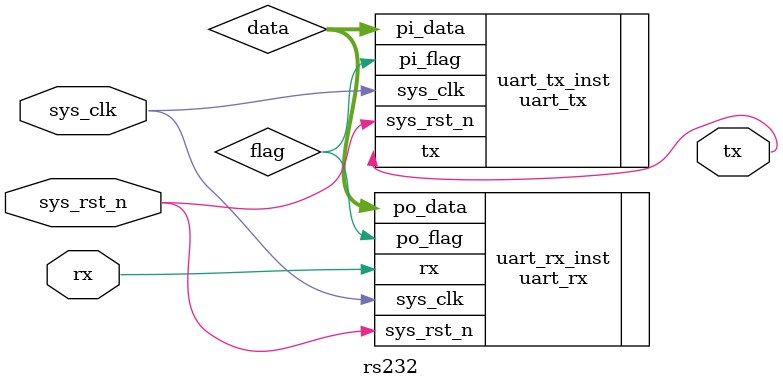
<source format=v>
module rs232
(
    input    wire    sys_clk,
	input    wire    sys_rst_n,
	input    wire    rx,
	
	output   wire    tx     

);

wire  [7:0]  data;
wire         flag;


uart_rx  
#(
    .UART_BPS(9600  ),
	.CLK_FREQ(50_000_000)
)
uart_rx_inst
(
     .sys_clk   (sys_clk),
	 .sys_rst_n (sys_rst_n),
	 .rx        (rx),

	 .po_data   (data),
	 .po_flag   (flag)
);


uart_tx  
#(
    .UART_BPS (9600),
	.CLK_FREQ (50_000_000)
)
uart_tx_inst
(
     .sys_clk   (sys_clk),
	 .sys_rst_n (sys_rst_n),
	 .pi_data   (data),
     .pi_flag   (flag), 

	 .tx        (tx)
);

endmodule
</source>
